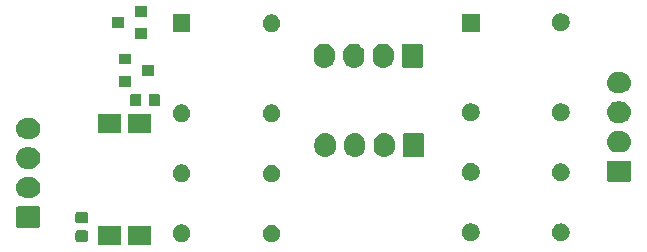
<source format=gbr>
G04 #@! TF.GenerationSoftware,KiCad,Pcbnew,(5.1.2)-2*
G04 #@! TF.CreationDate,2020-12-09T13:32:10+01:00*
G04 #@! TF.ProjectId,Relay-Board,52656c61-792d-4426-9f61-72642e6b6963,rev?*
G04 #@! TF.SameCoordinates,Original*
G04 #@! TF.FileFunction,Soldermask,Top*
G04 #@! TF.FilePolarity,Negative*
%FSLAX46Y46*%
G04 Gerber Fmt 4.6, Leading zero omitted, Abs format (unit mm)*
G04 Created by KiCad (PCBNEW (5.1.2)-2) date 2020-12-09 13:32:10*
%MOMM*%
%LPD*%
G04 APERTURE LIST*
%ADD10C,0.100000*%
G04 APERTURE END LIST*
D10*
G36*
X102292080Y-69096480D02*
G01*
X100410080Y-69096480D01*
X100410080Y-67494480D01*
X102292080Y-67494480D01*
X102292080Y-69096480D01*
X102292080Y-69096480D01*
G37*
G36*
X99752080Y-69096480D02*
G01*
X97870080Y-69096480D01*
X97870080Y-67494480D01*
X99752080Y-67494480D01*
X99752080Y-69096480D01*
X99752080Y-69096480D01*
G37*
G36*
X112751059Y-67359860D02*
G01*
X112840868Y-67397060D01*
X112887732Y-67416472D01*
X113010735Y-67498660D01*
X113115340Y-67603265D01*
X113197528Y-67726268D01*
X113197529Y-67726270D01*
X113254140Y-67862941D01*
X113283000Y-68008033D01*
X113283000Y-68155967D01*
X113254140Y-68301059D01*
X113197528Y-68437732D01*
X113115340Y-68560735D01*
X113010735Y-68665340D01*
X112887732Y-68747528D01*
X112887731Y-68747529D01*
X112887730Y-68747529D01*
X112751059Y-68804140D01*
X112605968Y-68833000D01*
X112458032Y-68833000D01*
X112312941Y-68804140D01*
X112176270Y-68747529D01*
X112176269Y-68747529D01*
X112176268Y-68747528D01*
X112053265Y-68665340D01*
X111948660Y-68560735D01*
X111866472Y-68437732D01*
X111809860Y-68301059D01*
X111781000Y-68155967D01*
X111781000Y-68008033D01*
X111809860Y-67862941D01*
X111866471Y-67726270D01*
X111866472Y-67726268D01*
X111948660Y-67603265D01*
X112053265Y-67498660D01*
X112176268Y-67416472D01*
X112223133Y-67397060D01*
X112312941Y-67359860D01*
X112458032Y-67331000D01*
X112605968Y-67331000D01*
X112751059Y-67359860D01*
X112751059Y-67359860D01*
G37*
G36*
X105121059Y-67349860D02*
G01*
X105235010Y-67397060D01*
X105257732Y-67406472D01*
X105380735Y-67488660D01*
X105485340Y-67593265D01*
X105506324Y-67624670D01*
X105567529Y-67716270D01*
X105613124Y-67826345D01*
X105624140Y-67852941D01*
X105653000Y-67998033D01*
X105653000Y-68145967D01*
X105624140Y-68291059D01*
X105567528Y-68427732D01*
X105485340Y-68550735D01*
X105380735Y-68655340D01*
X105257732Y-68737528D01*
X105257731Y-68737529D01*
X105257730Y-68737529D01*
X105121059Y-68794140D01*
X104975968Y-68823000D01*
X104828032Y-68823000D01*
X104682941Y-68794140D01*
X104546270Y-68737529D01*
X104546269Y-68737529D01*
X104546268Y-68737528D01*
X104423265Y-68655340D01*
X104318660Y-68550735D01*
X104236472Y-68427732D01*
X104179860Y-68291059D01*
X104151000Y-68145967D01*
X104151000Y-67998033D01*
X104179860Y-67852941D01*
X104190876Y-67826345D01*
X104236471Y-67716270D01*
X104297676Y-67624670D01*
X104318660Y-67593265D01*
X104423265Y-67488660D01*
X104546268Y-67406472D01*
X104568991Y-67397060D01*
X104682941Y-67349860D01*
X104828032Y-67321000D01*
X104975968Y-67321000D01*
X105121059Y-67349860D01*
X105121059Y-67349860D01*
G37*
G36*
X96833551Y-67826345D02*
G01*
X96867529Y-67836653D01*
X96898850Y-67853394D01*
X96926299Y-67875921D01*
X96948826Y-67903370D01*
X96965567Y-67934691D01*
X96975875Y-67968669D01*
X96979960Y-68010150D01*
X96979960Y-68611370D01*
X96975875Y-68652851D01*
X96965567Y-68686829D01*
X96948826Y-68718150D01*
X96926299Y-68745599D01*
X96898850Y-68768126D01*
X96867529Y-68784867D01*
X96833551Y-68795175D01*
X96792070Y-68799260D01*
X96115850Y-68799260D01*
X96074369Y-68795175D01*
X96040391Y-68784867D01*
X96009070Y-68768126D01*
X95981621Y-68745599D01*
X95959094Y-68718150D01*
X95942353Y-68686829D01*
X95932045Y-68652851D01*
X95927960Y-68611370D01*
X95927960Y-68010150D01*
X95932045Y-67968669D01*
X95942353Y-67934691D01*
X95959094Y-67903370D01*
X95981621Y-67875921D01*
X96009070Y-67853394D01*
X96040391Y-67836653D01*
X96074369Y-67826345D01*
X96115850Y-67822260D01*
X96792070Y-67822260D01*
X96833551Y-67826345D01*
X96833551Y-67826345D01*
G37*
G36*
X137186385Y-67248260D02*
G01*
X137236659Y-67258260D01*
X137373332Y-67314872D01*
X137496335Y-67397060D01*
X137600940Y-67501665D01*
X137683128Y-67624668D01*
X137683129Y-67624670D01*
X137739740Y-67761341D01*
X137755556Y-67840852D01*
X137768600Y-67906433D01*
X137768600Y-68054367D01*
X137739740Y-68199459D01*
X137683128Y-68336132D01*
X137600940Y-68459135D01*
X137496335Y-68563740D01*
X137373332Y-68645928D01*
X137373331Y-68645929D01*
X137373330Y-68645929D01*
X137236659Y-68702540D01*
X137091568Y-68731400D01*
X136943632Y-68731400D01*
X136798541Y-68702540D01*
X136661870Y-68645929D01*
X136661869Y-68645929D01*
X136661868Y-68645928D01*
X136538865Y-68563740D01*
X136434260Y-68459135D01*
X136352072Y-68336132D01*
X136295460Y-68199459D01*
X136266600Y-68054367D01*
X136266600Y-67906433D01*
X136279645Y-67840852D01*
X136295460Y-67761341D01*
X136352071Y-67624670D01*
X136352072Y-67624668D01*
X136434260Y-67501665D01*
X136538865Y-67397060D01*
X136661868Y-67314872D01*
X136798541Y-67258260D01*
X136848815Y-67248260D01*
X136943632Y-67229400D01*
X137091568Y-67229400D01*
X137186385Y-67248260D01*
X137186385Y-67248260D01*
G37*
G36*
X129606659Y-67248260D02*
G01*
X129743332Y-67304872D01*
X129866335Y-67387060D01*
X129970940Y-67491665D01*
X130045510Y-67603267D01*
X130053129Y-67614670D01*
X130109740Y-67751341D01*
X130127545Y-67840852D01*
X130138600Y-67896433D01*
X130138600Y-68044367D01*
X130109740Y-68189459D01*
X130053128Y-68326132D01*
X129970940Y-68449135D01*
X129866335Y-68553740D01*
X129743332Y-68635928D01*
X129743331Y-68635929D01*
X129743330Y-68635929D01*
X129606659Y-68692540D01*
X129461568Y-68721400D01*
X129313632Y-68721400D01*
X129168541Y-68692540D01*
X129031870Y-68635929D01*
X129031869Y-68635929D01*
X129031868Y-68635928D01*
X128908865Y-68553740D01*
X128804260Y-68449135D01*
X128722072Y-68326132D01*
X128665460Y-68189459D01*
X128636600Y-68044367D01*
X128636600Y-67896433D01*
X128647656Y-67840852D01*
X128665460Y-67751341D01*
X128722071Y-67614670D01*
X128729690Y-67603267D01*
X128804260Y-67491665D01*
X128908865Y-67387060D01*
X129031868Y-67304872D01*
X129168541Y-67248260D01*
X129313632Y-67219400D01*
X129461568Y-67219400D01*
X129606659Y-67248260D01*
X129606659Y-67248260D01*
G37*
G36*
X92806200Y-65803389D02*
G01*
X92839252Y-65813415D01*
X92869703Y-65829692D01*
X92896399Y-65851601D01*
X92918308Y-65878297D01*
X92934585Y-65908748D01*
X92944611Y-65941800D01*
X92948600Y-65982303D01*
X92948600Y-67418497D01*
X92944611Y-67459000D01*
X92934585Y-67492052D01*
X92918308Y-67522503D01*
X92896399Y-67549199D01*
X92869703Y-67571108D01*
X92839252Y-67587385D01*
X92806200Y-67597411D01*
X92765697Y-67601400D01*
X91079503Y-67601400D01*
X91039000Y-67597411D01*
X91005948Y-67587385D01*
X90975497Y-67571108D01*
X90948801Y-67549199D01*
X90926892Y-67522503D01*
X90910615Y-67492052D01*
X90900589Y-67459000D01*
X90896600Y-67418497D01*
X90896600Y-65982303D01*
X90900589Y-65941800D01*
X90910615Y-65908748D01*
X90926892Y-65878297D01*
X90948801Y-65851601D01*
X90975497Y-65829692D01*
X91005948Y-65813415D01*
X91039000Y-65803389D01*
X91079503Y-65799400D01*
X92765697Y-65799400D01*
X92806200Y-65803389D01*
X92806200Y-65803389D01*
G37*
G36*
X96833551Y-66251345D02*
G01*
X96867529Y-66261653D01*
X96898850Y-66278394D01*
X96926299Y-66300921D01*
X96948826Y-66328370D01*
X96965567Y-66359691D01*
X96975875Y-66393669D01*
X96979960Y-66435150D01*
X96979960Y-67036370D01*
X96975875Y-67077851D01*
X96965567Y-67111829D01*
X96948826Y-67143150D01*
X96926299Y-67170599D01*
X96898850Y-67193126D01*
X96867529Y-67209867D01*
X96833551Y-67220175D01*
X96792070Y-67224260D01*
X96115850Y-67224260D01*
X96074369Y-67220175D01*
X96040391Y-67209867D01*
X96009070Y-67193126D01*
X95981621Y-67170599D01*
X95959094Y-67143150D01*
X95942353Y-67111829D01*
X95932045Y-67077851D01*
X95927960Y-67036370D01*
X95927960Y-66435150D01*
X95932045Y-66393669D01*
X95942353Y-66359691D01*
X95959094Y-66328370D01*
X95981621Y-66300921D01*
X96009070Y-66278394D01*
X96040391Y-66261653D01*
X96074369Y-66251345D01*
X96115850Y-66247260D01*
X96792070Y-66247260D01*
X96833551Y-66251345D01*
X96833551Y-66251345D01*
G37*
G36*
X92158043Y-63305919D02*
G01*
X92224227Y-63312437D01*
X92394066Y-63363957D01*
X92550591Y-63447622D01*
X92570232Y-63463741D01*
X92687786Y-63560214D01*
X92762619Y-63651400D01*
X92800378Y-63697409D01*
X92884043Y-63853934D01*
X92935563Y-64023773D01*
X92952959Y-64200400D01*
X92935563Y-64377027D01*
X92884043Y-64546866D01*
X92800378Y-64703391D01*
X92771048Y-64739129D01*
X92687786Y-64840586D01*
X92586329Y-64923848D01*
X92550591Y-64953178D01*
X92394066Y-65036843D01*
X92224227Y-65088363D01*
X92158043Y-65094881D01*
X92091860Y-65101400D01*
X91753340Y-65101400D01*
X91687157Y-65094881D01*
X91620973Y-65088363D01*
X91451134Y-65036843D01*
X91294609Y-64953178D01*
X91258871Y-64923848D01*
X91157414Y-64840586D01*
X91074152Y-64739129D01*
X91044822Y-64703391D01*
X90961157Y-64546866D01*
X90909637Y-64377027D01*
X90892241Y-64200400D01*
X90909637Y-64023773D01*
X90961157Y-63853934D01*
X91044822Y-63697409D01*
X91082581Y-63651400D01*
X91157414Y-63560214D01*
X91274968Y-63463741D01*
X91294609Y-63447622D01*
X91451134Y-63363957D01*
X91620973Y-63312437D01*
X91687157Y-63305919D01*
X91753340Y-63299400D01*
X92091860Y-63299400D01*
X92158043Y-63305919D01*
X92158043Y-63305919D01*
G37*
G36*
X112751059Y-62279860D02*
G01*
X112840868Y-62317060D01*
X112887732Y-62336472D01*
X113010735Y-62418660D01*
X113115340Y-62523265D01*
X113197528Y-62646268D01*
X113197529Y-62646270D01*
X113212056Y-62681341D01*
X113254140Y-62782941D01*
X113283000Y-62928033D01*
X113283000Y-63075967D01*
X113254140Y-63221059D01*
X113197528Y-63357732D01*
X113115340Y-63480735D01*
X113010735Y-63585340D01*
X112887732Y-63667528D01*
X112887731Y-63667529D01*
X112887730Y-63667529D01*
X112751059Y-63724140D01*
X112605968Y-63753000D01*
X112458032Y-63753000D01*
X112312941Y-63724140D01*
X112176270Y-63667529D01*
X112176269Y-63667529D01*
X112176268Y-63667528D01*
X112053265Y-63585340D01*
X111948660Y-63480735D01*
X111866472Y-63357732D01*
X111809860Y-63221059D01*
X111781000Y-63075967D01*
X111781000Y-62928033D01*
X111809860Y-62782941D01*
X111851944Y-62681341D01*
X111866471Y-62646270D01*
X111866472Y-62646268D01*
X111948660Y-62523265D01*
X112053265Y-62418660D01*
X112176268Y-62336472D01*
X112223133Y-62317060D01*
X112312941Y-62279860D01*
X112458032Y-62251000D01*
X112605968Y-62251000D01*
X112751059Y-62279860D01*
X112751059Y-62279860D01*
G37*
G36*
X105121059Y-62259860D02*
G01*
X105210868Y-62297060D01*
X105257732Y-62316472D01*
X105380735Y-62398660D01*
X105485340Y-62503265D01*
X105567528Y-62626268D01*
X105624140Y-62762941D01*
X105653000Y-62908033D01*
X105653000Y-63055967D01*
X105624140Y-63201059D01*
X105567528Y-63337732D01*
X105485340Y-63460735D01*
X105380735Y-63565340D01*
X105257732Y-63647528D01*
X105257731Y-63647529D01*
X105257730Y-63647529D01*
X105121059Y-63704140D01*
X104975968Y-63733000D01*
X104828032Y-63733000D01*
X104682941Y-63704140D01*
X104546270Y-63647529D01*
X104546269Y-63647529D01*
X104546268Y-63647528D01*
X104423265Y-63565340D01*
X104318660Y-63460735D01*
X104236472Y-63337732D01*
X104179860Y-63201059D01*
X104151000Y-63055967D01*
X104151000Y-62908033D01*
X104179860Y-62762941D01*
X104236472Y-62626268D01*
X104318660Y-62503265D01*
X104423265Y-62398660D01*
X104546268Y-62316472D01*
X104593133Y-62297060D01*
X104682941Y-62259860D01*
X104828032Y-62231000D01*
X104975968Y-62231000D01*
X105121059Y-62259860D01*
X105121059Y-62259860D01*
G37*
G36*
X142818800Y-61917189D02*
G01*
X142851852Y-61927215D01*
X142882303Y-61943492D01*
X142908999Y-61965401D01*
X142930908Y-61992097D01*
X142947185Y-62022548D01*
X142957211Y-62055600D01*
X142961200Y-62096103D01*
X142961200Y-63532297D01*
X142957211Y-63572800D01*
X142947185Y-63605852D01*
X142930908Y-63636303D01*
X142908999Y-63662999D01*
X142882303Y-63684908D01*
X142851852Y-63701185D01*
X142818800Y-63711211D01*
X142778297Y-63715200D01*
X141092103Y-63715200D01*
X141051600Y-63711211D01*
X141018548Y-63701185D01*
X140988097Y-63684908D01*
X140961401Y-63662999D01*
X140939492Y-63636303D01*
X140923215Y-63605852D01*
X140913189Y-63572800D01*
X140909200Y-63532297D01*
X140909200Y-62096103D01*
X140913189Y-62055600D01*
X140923215Y-62022548D01*
X140939492Y-61992097D01*
X140961401Y-61965401D01*
X140988097Y-61943492D01*
X141018548Y-61927215D01*
X141051600Y-61917189D01*
X141092103Y-61913200D01*
X142778297Y-61913200D01*
X142818800Y-61917189D01*
X142818800Y-61917189D01*
G37*
G36*
X137236659Y-62178260D02*
G01*
X137363985Y-62231000D01*
X137373332Y-62234872D01*
X137496335Y-62317060D01*
X137600940Y-62421665D01*
X137683128Y-62544668D01*
X137739740Y-62681341D01*
X137768600Y-62826433D01*
X137768600Y-62974367D01*
X137739740Y-63119459D01*
X137683128Y-63256132D01*
X137600940Y-63379135D01*
X137496335Y-63483740D01*
X137373332Y-63565928D01*
X137373331Y-63565929D01*
X137373330Y-63565929D01*
X137236659Y-63622540D01*
X137091568Y-63651400D01*
X136943632Y-63651400D01*
X136798541Y-63622540D01*
X136661870Y-63565929D01*
X136661869Y-63565929D01*
X136661868Y-63565928D01*
X136538865Y-63483740D01*
X136434260Y-63379135D01*
X136352072Y-63256132D01*
X136295460Y-63119459D01*
X136266600Y-62974367D01*
X136266600Y-62826433D01*
X136295460Y-62681341D01*
X136352072Y-62544668D01*
X136434260Y-62421665D01*
X136538865Y-62317060D01*
X136661868Y-62234872D01*
X136671216Y-62231000D01*
X136798541Y-62178260D01*
X136943632Y-62149400D01*
X137091568Y-62149400D01*
X137236659Y-62178260D01*
X137236659Y-62178260D01*
G37*
G36*
X129562116Y-62149400D02*
G01*
X129606659Y-62158260D01*
X129743332Y-62214872D01*
X129866335Y-62297060D01*
X129970940Y-62401665D01*
X130052192Y-62523267D01*
X130053129Y-62524670D01*
X130109740Y-62661341D01*
X130138600Y-62806432D01*
X130138600Y-62954368D01*
X130109740Y-63099459D01*
X130059372Y-63221059D01*
X130053128Y-63236132D01*
X129970940Y-63359135D01*
X129866335Y-63463740D01*
X129743332Y-63545928D01*
X129743331Y-63545929D01*
X129743330Y-63545929D01*
X129606659Y-63602540D01*
X129461568Y-63631400D01*
X129313632Y-63631400D01*
X129168541Y-63602540D01*
X129031870Y-63545929D01*
X129031869Y-63545929D01*
X129031868Y-63545928D01*
X128908865Y-63463740D01*
X128804260Y-63359135D01*
X128722072Y-63236132D01*
X128715829Y-63221059D01*
X128665460Y-63099459D01*
X128636600Y-62954368D01*
X128636600Y-62806432D01*
X128665460Y-62661341D01*
X128722071Y-62524670D01*
X128723008Y-62523267D01*
X128804260Y-62401665D01*
X128908865Y-62297060D01*
X129031868Y-62214872D01*
X129168541Y-62158260D01*
X129213084Y-62149400D01*
X129313632Y-62129400D01*
X129461568Y-62129400D01*
X129562116Y-62149400D01*
X129562116Y-62149400D01*
G37*
G36*
X92158042Y-60805918D02*
G01*
X92224227Y-60812437D01*
X92394066Y-60863957D01*
X92550591Y-60947622D01*
X92586329Y-60976952D01*
X92687786Y-61060214D01*
X92761997Y-61150642D01*
X92800378Y-61197409D01*
X92884043Y-61353934D01*
X92935563Y-61523773D01*
X92952959Y-61700400D01*
X92935563Y-61877027D01*
X92884043Y-62046866D01*
X92800378Y-62203391D01*
X92777720Y-62231000D01*
X92687786Y-62340586D01*
X92613357Y-62401667D01*
X92550591Y-62453178D01*
X92550589Y-62453179D01*
X92419469Y-62523265D01*
X92394066Y-62536843D01*
X92224227Y-62588363D01*
X92158042Y-62594882D01*
X92091860Y-62601400D01*
X91753340Y-62601400D01*
X91687158Y-62594882D01*
X91620973Y-62588363D01*
X91451134Y-62536843D01*
X91425732Y-62523265D01*
X91294611Y-62453179D01*
X91294609Y-62453178D01*
X91231843Y-62401667D01*
X91157414Y-62340586D01*
X91067480Y-62231000D01*
X91044822Y-62203391D01*
X90961157Y-62046866D01*
X90909637Y-61877027D01*
X90892241Y-61700400D01*
X90909637Y-61523773D01*
X90961157Y-61353934D01*
X91044822Y-61197409D01*
X91083203Y-61150642D01*
X91157414Y-61060214D01*
X91258871Y-60976952D01*
X91294609Y-60947622D01*
X91451134Y-60863957D01*
X91620973Y-60812437D01*
X91687158Y-60805918D01*
X91753340Y-60799400D01*
X92091860Y-60799400D01*
X92158042Y-60805918D01*
X92158042Y-60805918D01*
G37*
G36*
X117238227Y-59591437D02*
G01*
X117408066Y-59642957D01*
X117564591Y-59726622D01*
X117583235Y-59741923D01*
X117701786Y-59839214D01*
X117785048Y-59940671D01*
X117814378Y-59976409D01*
X117898043Y-60132934D01*
X117949563Y-60302774D01*
X117949563Y-60302776D01*
X117962600Y-60435141D01*
X117962600Y-60773660D01*
X117956082Y-60839842D01*
X117949563Y-60906027D01*
X117898043Y-61075866D01*
X117814378Y-61232391D01*
X117785048Y-61268129D01*
X117701786Y-61369586D01*
X117564589Y-61482179D01*
X117408067Y-61565842D01*
X117408065Y-61565843D01*
X117238226Y-61617363D01*
X117061600Y-61634759D01*
X116884973Y-61617363D01*
X116715134Y-61565843D01*
X116558609Y-61482178D01*
X116516495Y-61447616D01*
X116421414Y-61369586D01*
X116308821Y-61232389D01*
X116225158Y-61075867D01*
X116225157Y-61075865D01*
X116173637Y-60906026D01*
X116160600Y-60773657D01*
X116160600Y-60435142D01*
X116173637Y-60302773D01*
X116225157Y-60132934D01*
X116308822Y-59976409D01*
X116421415Y-59839215D01*
X116558610Y-59726622D01*
X116715135Y-59642957D01*
X116884974Y-59591437D01*
X117061600Y-59574041D01*
X117238227Y-59591437D01*
X117238227Y-59591437D01*
G37*
G36*
X119738227Y-59591437D02*
G01*
X119908066Y-59642957D01*
X120064591Y-59726622D01*
X120083235Y-59741923D01*
X120201786Y-59839214D01*
X120285048Y-59940671D01*
X120314378Y-59976409D01*
X120398043Y-60132934D01*
X120449563Y-60302774D01*
X120449563Y-60302776D01*
X120462600Y-60435141D01*
X120462600Y-60773660D01*
X120456082Y-60839842D01*
X120449563Y-60906027D01*
X120398043Y-61075866D01*
X120314378Y-61232391D01*
X120285048Y-61268129D01*
X120201786Y-61369586D01*
X120064589Y-61482179D01*
X119908067Y-61565842D01*
X119908065Y-61565843D01*
X119738226Y-61617363D01*
X119561600Y-61634759D01*
X119384973Y-61617363D01*
X119215134Y-61565843D01*
X119058609Y-61482178D01*
X119016495Y-61447616D01*
X118921414Y-61369586D01*
X118808821Y-61232389D01*
X118725158Y-61075867D01*
X118725157Y-61075865D01*
X118673637Y-60906026D01*
X118660600Y-60773657D01*
X118660600Y-60435142D01*
X118673637Y-60302773D01*
X118725157Y-60132934D01*
X118808822Y-59976409D01*
X118921415Y-59839215D01*
X119058610Y-59726622D01*
X119215135Y-59642957D01*
X119384974Y-59591437D01*
X119561600Y-59574041D01*
X119738227Y-59591437D01*
X119738227Y-59591437D01*
G37*
G36*
X122238227Y-59591437D02*
G01*
X122408066Y-59642957D01*
X122564591Y-59726622D01*
X122583235Y-59741923D01*
X122701786Y-59839214D01*
X122785048Y-59940671D01*
X122814378Y-59976409D01*
X122898043Y-60132934D01*
X122949563Y-60302774D01*
X122949563Y-60302776D01*
X122962600Y-60435141D01*
X122962600Y-60773660D01*
X122956082Y-60839842D01*
X122949563Y-60906027D01*
X122898043Y-61075866D01*
X122814378Y-61232391D01*
X122785048Y-61268129D01*
X122701786Y-61369586D01*
X122564589Y-61482179D01*
X122408067Y-61565842D01*
X122408065Y-61565843D01*
X122238226Y-61617363D01*
X122061600Y-61634759D01*
X121884973Y-61617363D01*
X121715134Y-61565843D01*
X121558609Y-61482178D01*
X121516495Y-61447616D01*
X121421414Y-61369586D01*
X121308821Y-61232389D01*
X121225158Y-61075867D01*
X121225157Y-61075865D01*
X121173637Y-60906026D01*
X121160600Y-60773657D01*
X121160600Y-60435142D01*
X121173637Y-60302773D01*
X121225157Y-60132934D01*
X121308822Y-59976409D01*
X121421415Y-59839215D01*
X121558610Y-59726622D01*
X121715135Y-59642957D01*
X121884974Y-59591437D01*
X122061600Y-59574041D01*
X122238227Y-59591437D01*
X122238227Y-59591437D01*
G37*
G36*
X125325098Y-59582387D02*
G01*
X125358124Y-59592405D01*
X125388559Y-59608673D01*
X125415235Y-59630565D01*
X125437127Y-59657241D01*
X125453395Y-59687676D01*
X125463413Y-59720702D01*
X125467400Y-59761184D01*
X125467400Y-61447616D01*
X125463413Y-61488098D01*
X125453395Y-61521124D01*
X125437127Y-61551559D01*
X125415235Y-61578235D01*
X125388559Y-61600127D01*
X125358124Y-61616395D01*
X125325098Y-61626413D01*
X125284616Y-61630400D01*
X123848184Y-61630400D01*
X123807702Y-61626413D01*
X123774676Y-61616395D01*
X123744241Y-61600127D01*
X123717565Y-61578235D01*
X123695673Y-61551559D01*
X123679405Y-61521124D01*
X123669387Y-61488098D01*
X123665400Y-61447616D01*
X123665400Y-59761184D01*
X123669387Y-59720702D01*
X123679405Y-59687676D01*
X123695673Y-59657241D01*
X123717565Y-59630565D01*
X123744241Y-59608673D01*
X123774676Y-59592405D01*
X123807702Y-59582387D01*
X123848184Y-59578400D01*
X125284616Y-59578400D01*
X125325098Y-59582387D01*
X125325098Y-59582387D01*
G37*
G36*
X142170642Y-59419718D02*
G01*
X142236827Y-59426237D01*
X142406666Y-59477757D01*
X142563191Y-59561422D01*
X142588737Y-59582387D01*
X142700386Y-59674014D01*
X142783648Y-59775471D01*
X142812978Y-59811209D01*
X142896643Y-59967734D01*
X142948163Y-60137573D01*
X142965559Y-60314200D01*
X142948163Y-60490827D01*
X142896643Y-60660666D01*
X142812978Y-60817191D01*
X142783648Y-60852929D01*
X142700386Y-60954386D01*
X142598929Y-61037648D01*
X142563191Y-61066978D01*
X142406666Y-61150643D01*
X142236827Y-61202163D01*
X142170643Y-61208681D01*
X142104460Y-61215200D01*
X141765940Y-61215200D01*
X141699757Y-61208681D01*
X141633573Y-61202163D01*
X141463734Y-61150643D01*
X141307209Y-61066978D01*
X141271471Y-61037648D01*
X141170014Y-60954386D01*
X141086752Y-60852929D01*
X141057422Y-60817191D01*
X140973757Y-60660666D01*
X140922237Y-60490827D01*
X140904841Y-60314200D01*
X140922237Y-60137573D01*
X140973757Y-59967734D01*
X141057422Y-59811209D01*
X141086752Y-59775471D01*
X141170014Y-59674014D01*
X141281663Y-59582387D01*
X141307209Y-59561422D01*
X141463734Y-59477757D01*
X141633573Y-59426237D01*
X141699758Y-59419718D01*
X141765940Y-59413200D01*
X142104460Y-59413200D01*
X142170642Y-59419718D01*
X142170642Y-59419718D01*
G37*
G36*
X92158043Y-58305919D02*
G01*
X92224227Y-58312437D01*
X92394066Y-58363957D01*
X92550591Y-58447622D01*
X92585082Y-58475928D01*
X92687786Y-58560214D01*
X92761997Y-58650642D01*
X92800378Y-58697409D01*
X92884043Y-58853934D01*
X92935563Y-59023773D01*
X92952959Y-59200400D01*
X92935563Y-59377027D01*
X92884043Y-59546866D01*
X92884042Y-59546868D01*
X92864467Y-59583490D01*
X92800378Y-59703391D01*
X92771048Y-59739129D01*
X92687786Y-59840586D01*
X92586329Y-59923848D01*
X92550591Y-59953178D01*
X92394066Y-60036843D01*
X92224227Y-60088363D01*
X92158043Y-60094881D01*
X92091860Y-60101400D01*
X91753340Y-60101400D01*
X91687157Y-60094881D01*
X91620973Y-60088363D01*
X91451134Y-60036843D01*
X91294609Y-59953178D01*
X91258871Y-59923848D01*
X91157414Y-59840586D01*
X91074152Y-59739129D01*
X91044822Y-59703391D01*
X90980733Y-59583490D01*
X90961158Y-59546868D01*
X90961157Y-59546866D01*
X90909637Y-59377027D01*
X90892241Y-59200400D01*
X90909637Y-59023773D01*
X90961157Y-58853934D01*
X91044822Y-58697409D01*
X91083203Y-58650642D01*
X91157414Y-58560214D01*
X91260118Y-58475928D01*
X91294609Y-58447622D01*
X91451134Y-58363957D01*
X91620973Y-58312437D01*
X91687157Y-58305919D01*
X91753340Y-58299400D01*
X92091860Y-58299400D01*
X92158043Y-58305919D01*
X92158043Y-58305919D01*
G37*
G36*
X99752080Y-59566480D02*
G01*
X97870080Y-59566480D01*
X97870080Y-57964480D01*
X99752080Y-57964480D01*
X99752080Y-59566480D01*
X99752080Y-59566480D01*
G37*
G36*
X102292080Y-59566480D02*
G01*
X100410080Y-59566480D01*
X100410080Y-57964480D01*
X102292080Y-57964480D01*
X102292080Y-59566480D01*
X102292080Y-59566480D01*
G37*
G36*
X142170642Y-56919718D02*
G01*
X142236827Y-56926237D01*
X142406666Y-56977757D01*
X142563191Y-57061422D01*
X142595893Y-57088260D01*
X142700386Y-57174014D01*
X142774317Y-57264101D01*
X142812978Y-57311209D01*
X142896643Y-57467734D01*
X142948163Y-57637573D01*
X142965559Y-57814200D01*
X142948163Y-57990827D01*
X142896643Y-58160666D01*
X142812978Y-58317191D01*
X142783648Y-58352929D01*
X142700386Y-58454386D01*
X142605154Y-58532540D01*
X142563191Y-58566978D01*
X142406666Y-58650643D01*
X142236827Y-58702163D01*
X142170642Y-58708682D01*
X142104460Y-58715200D01*
X141765940Y-58715200D01*
X141699758Y-58708682D01*
X141633573Y-58702163D01*
X141463734Y-58650643D01*
X141307209Y-58566978D01*
X141265246Y-58532540D01*
X141170014Y-58454386D01*
X141086752Y-58352929D01*
X141057422Y-58317191D01*
X140973757Y-58160666D01*
X140922237Y-57990827D01*
X140904841Y-57814200D01*
X140922237Y-57637573D01*
X140973757Y-57467734D01*
X141057422Y-57311209D01*
X141096083Y-57264101D01*
X141170014Y-57174014D01*
X141274507Y-57088260D01*
X141307209Y-57061422D01*
X141463734Y-56977757D01*
X141633573Y-56926237D01*
X141699758Y-56919718D01*
X141765940Y-56913200D01*
X142104460Y-56913200D01*
X142170642Y-56919718D01*
X142170642Y-56919718D01*
G37*
G36*
X112741059Y-57189860D02*
G01*
X112830868Y-57227060D01*
X112877732Y-57246472D01*
X113000735Y-57328660D01*
X113105340Y-57433265D01*
X113105341Y-57433267D01*
X113187529Y-57556270D01*
X113244140Y-57692941D01*
X113268260Y-57814200D01*
X113273000Y-57838033D01*
X113273000Y-57985967D01*
X113244140Y-58131059D01*
X113187528Y-58267732D01*
X113105340Y-58390735D01*
X113000735Y-58495340D01*
X112877732Y-58577528D01*
X112877731Y-58577529D01*
X112877730Y-58577529D01*
X112741059Y-58634140D01*
X112595968Y-58663000D01*
X112448032Y-58663000D01*
X112302941Y-58634140D01*
X112166270Y-58577529D01*
X112166269Y-58577529D01*
X112166268Y-58577528D01*
X112043265Y-58495340D01*
X111938660Y-58390735D01*
X111856472Y-58267732D01*
X111799860Y-58131059D01*
X111771000Y-57985967D01*
X111771000Y-57838033D01*
X111775741Y-57814200D01*
X111799860Y-57692941D01*
X111856471Y-57556270D01*
X111938659Y-57433267D01*
X111938660Y-57433265D01*
X112043265Y-57328660D01*
X112166268Y-57246472D01*
X112213133Y-57227060D01*
X112302941Y-57189860D01*
X112448032Y-57161000D01*
X112595968Y-57161000D01*
X112741059Y-57189860D01*
X112741059Y-57189860D01*
G37*
G36*
X105121059Y-57189860D02*
G01*
X105210868Y-57227060D01*
X105257732Y-57246472D01*
X105380735Y-57328660D01*
X105485340Y-57433265D01*
X105485341Y-57433267D01*
X105567529Y-57556270D01*
X105624140Y-57692941D01*
X105648260Y-57814200D01*
X105653000Y-57838033D01*
X105653000Y-57985967D01*
X105624140Y-58131059D01*
X105567528Y-58267732D01*
X105485340Y-58390735D01*
X105380735Y-58495340D01*
X105257732Y-58577528D01*
X105257731Y-58577529D01*
X105257730Y-58577529D01*
X105121059Y-58634140D01*
X104975968Y-58663000D01*
X104828032Y-58663000D01*
X104682941Y-58634140D01*
X104546270Y-58577529D01*
X104546269Y-58577529D01*
X104546268Y-58577528D01*
X104423265Y-58495340D01*
X104318660Y-58390735D01*
X104236472Y-58267732D01*
X104179860Y-58131059D01*
X104151000Y-57985967D01*
X104151000Y-57838033D01*
X104155741Y-57814200D01*
X104179860Y-57692941D01*
X104236471Y-57556270D01*
X104318659Y-57433267D01*
X104318660Y-57433265D01*
X104423265Y-57328660D01*
X104546268Y-57246472D01*
X104593133Y-57227060D01*
X104682941Y-57189860D01*
X104828032Y-57161000D01*
X104975968Y-57161000D01*
X105121059Y-57189860D01*
X105121059Y-57189860D01*
G37*
G36*
X137226659Y-57088260D02*
G01*
X137363332Y-57144872D01*
X137486335Y-57227060D01*
X137590940Y-57331665D01*
X137673128Y-57454668D01*
X137729740Y-57591341D01*
X137758600Y-57736433D01*
X137758600Y-57884367D01*
X137729740Y-58029459D01*
X137673128Y-58166132D01*
X137590940Y-58289135D01*
X137486335Y-58393740D01*
X137363332Y-58475928D01*
X137363331Y-58475929D01*
X137363330Y-58475929D01*
X137226659Y-58532540D01*
X137081568Y-58561400D01*
X136933632Y-58561400D01*
X136788541Y-58532540D01*
X136651870Y-58475929D01*
X136651869Y-58475929D01*
X136651868Y-58475928D01*
X136528865Y-58393740D01*
X136424260Y-58289135D01*
X136342072Y-58166132D01*
X136285460Y-58029459D01*
X136256600Y-57884367D01*
X136256600Y-57736433D01*
X136285460Y-57591341D01*
X136342072Y-57454668D01*
X136424260Y-57331665D01*
X136528865Y-57227060D01*
X136651868Y-57144872D01*
X136788541Y-57088260D01*
X136933632Y-57059400D01*
X137081568Y-57059400D01*
X137226659Y-57088260D01*
X137226659Y-57088260D01*
G37*
G36*
X129606659Y-57088260D02*
G01*
X129743332Y-57144872D01*
X129866335Y-57227060D01*
X129970940Y-57331665D01*
X130053128Y-57454668D01*
X130109740Y-57591341D01*
X130138600Y-57736433D01*
X130138600Y-57884367D01*
X130109740Y-58029459D01*
X130053128Y-58166132D01*
X129970940Y-58289135D01*
X129866335Y-58393740D01*
X129743332Y-58475928D01*
X129743331Y-58475929D01*
X129743330Y-58475929D01*
X129606659Y-58532540D01*
X129461568Y-58561400D01*
X129313632Y-58561400D01*
X129168541Y-58532540D01*
X129031870Y-58475929D01*
X129031869Y-58475929D01*
X129031868Y-58475928D01*
X128908865Y-58393740D01*
X128804260Y-58289135D01*
X128722072Y-58166132D01*
X128665460Y-58029459D01*
X128636600Y-57884367D01*
X128636600Y-57736433D01*
X128665460Y-57591341D01*
X128722072Y-57454668D01*
X128804260Y-57331665D01*
X128908865Y-57227060D01*
X129031868Y-57144872D01*
X129168541Y-57088260D01*
X129313632Y-57059400D01*
X129461568Y-57059400D01*
X129606659Y-57088260D01*
X129606659Y-57088260D01*
G37*
G36*
X102943051Y-56287725D02*
G01*
X102977029Y-56298033D01*
X103008350Y-56314774D01*
X103035799Y-56337301D01*
X103058326Y-56364750D01*
X103075067Y-56396071D01*
X103085375Y-56430049D01*
X103089460Y-56471530D01*
X103089460Y-57147750D01*
X103085375Y-57189231D01*
X103075067Y-57223209D01*
X103058326Y-57254530D01*
X103035799Y-57281979D01*
X103008350Y-57304506D01*
X102977029Y-57321247D01*
X102943051Y-57331555D01*
X102901570Y-57335640D01*
X102300350Y-57335640D01*
X102258869Y-57331555D01*
X102224891Y-57321247D01*
X102193570Y-57304506D01*
X102166121Y-57281979D01*
X102143594Y-57254530D01*
X102126853Y-57223209D01*
X102116545Y-57189231D01*
X102112460Y-57147750D01*
X102112460Y-56471530D01*
X102116545Y-56430049D01*
X102126853Y-56396071D01*
X102143594Y-56364750D01*
X102166121Y-56337301D01*
X102193570Y-56314774D01*
X102224891Y-56298033D01*
X102258869Y-56287725D01*
X102300350Y-56283640D01*
X102901570Y-56283640D01*
X102943051Y-56287725D01*
X102943051Y-56287725D01*
G37*
G36*
X101368051Y-56287725D02*
G01*
X101402029Y-56298033D01*
X101433350Y-56314774D01*
X101460799Y-56337301D01*
X101483326Y-56364750D01*
X101500067Y-56396071D01*
X101510375Y-56430049D01*
X101514460Y-56471530D01*
X101514460Y-57147750D01*
X101510375Y-57189231D01*
X101500067Y-57223209D01*
X101483326Y-57254530D01*
X101460799Y-57281979D01*
X101433350Y-57304506D01*
X101402029Y-57321247D01*
X101368051Y-57331555D01*
X101326570Y-57335640D01*
X100725350Y-57335640D01*
X100683869Y-57331555D01*
X100649891Y-57321247D01*
X100618570Y-57304506D01*
X100591121Y-57281979D01*
X100568594Y-57254530D01*
X100551853Y-57223209D01*
X100541545Y-57189231D01*
X100537460Y-57147750D01*
X100537460Y-56471530D01*
X100541545Y-56430049D01*
X100551853Y-56396071D01*
X100568594Y-56364750D01*
X100591121Y-56337301D01*
X100618570Y-56314774D01*
X100649891Y-56298033D01*
X100683869Y-56287725D01*
X100725350Y-56283640D01*
X101326570Y-56283640D01*
X101368051Y-56287725D01*
X101368051Y-56287725D01*
G37*
G36*
X142170643Y-54419719D02*
G01*
X142236827Y-54426237D01*
X142406666Y-54477757D01*
X142563191Y-54561422D01*
X142598929Y-54590752D01*
X142700386Y-54674014D01*
X142783648Y-54775471D01*
X142812978Y-54811209D01*
X142896643Y-54967734D01*
X142948163Y-55137573D01*
X142965559Y-55314200D01*
X142948163Y-55490827D01*
X142896643Y-55660666D01*
X142812978Y-55817191D01*
X142783648Y-55852929D01*
X142700386Y-55954386D01*
X142598929Y-56037648D01*
X142563191Y-56066978D01*
X142406666Y-56150643D01*
X142236827Y-56202163D01*
X142170643Y-56208681D01*
X142104460Y-56215200D01*
X141765940Y-56215200D01*
X141699757Y-56208681D01*
X141633573Y-56202163D01*
X141463734Y-56150643D01*
X141307209Y-56066978D01*
X141271471Y-56037648D01*
X141170014Y-55954386D01*
X141086752Y-55852929D01*
X141057422Y-55817191D01*
X140973757Y-55660666D01*
X140922237Y-55490827D01*
X140904841Y-55314200D01*
X140922237Y-55137573D01*
X140973757Y-54967734D01*
X141057422Y-54811209D01*
X141086752Y-54775471D01*
X141170014Y-54674014D01*
X141271471Y-54590752D01*
X141307209Y-54561422D01*
X141463734Y-54477757D01*
X141633573Y-54426237D01*
X141699757Y-54419719D01*
X141765940Y-54413200D01*
X142104460Y-54413200D01*
X142170643Y-54419719D01*
X142170643Y-54419719D01*
G37*
G36*
X100602400Y-55670600D02*
G01*
X99600400Y-55670600D01*
X99600400Y-54768600D01*
X100602400Y-54768600D01*
X100602400Y-55670600D01*
X100602400Y-55670600D01*
G37*
G36*
X102602400Y-54720600D02*
G01*
X101600400Y-54720600D01*
X101600400Y-53818600D01*
X102602400Y-53818600D01*
X102602400Y-54720600D01*
X102602400Y-54720600D01*
G37*
G36*
X117162027Y-52022237D02*
G01*
X117331866Y-52073757D01*
X117488391Y-52157422D01*
X117507035Y-52172723D01*
X117625586Y-52270014D01*
X117708848Y-52371471D01*
X117738178Y-52407209D01*
X117821843Y-52563734D01*
X117873363Y-52733574D01*
X117886400Y-52865943D01*
X117886400Y-53204458D01*
X117873363Y-53336827D01*
X117821843Y-53506666D01*
X117738178Y-53663191D01*
X117708848Y-53698929D01*
X117625586Y-53800386D01*
X117488389Y-53912979D01*
X117331867Y-53996642D01*
X117331865Y-53996643D01*
X117162026Y-54048163D01*
X116985400Y-54065559D01*
X116808773Y-54048163D01*
X116638934Y-53996643D01*
X116482409Y-53912978D01*
X116440295Y-53878416D01*
X116345214Y-53800386D01*
X116232621Y-53663189D01*
X116148958Y-53506667D01*
X116148957Y-53506665D01*
X116097437Y-53336826D01*
X116084400Y-53204457D01*
X116084400Y-52865942D01*
X116097437Y-52733573D01*
X116148957Y-52563734D01*
X116232622Y-52407209D01*
X116345215Y-52270015D01*
X116482410Y-52157422D01*
X116638935Y-52073757D01*
X116808774Y-52022237D01*
X116985400Y-52004841D01*
X117162027Y-52022237D01*
X117162027Y-52022237D01*
G37*
G36*
X119662027Y-52022237D02*
G01*
X119831866Y-52073757D01*
X119988391Y-52157422D01*
X120007035Y-52172723D01*
X120125586Y-52270014D01*
X120208848Y-52371471D01*
X120238178Y-52407209D01*
X120321843Y-52563734D01*
X120373363Y-52733574D01*
X120386400Y-52865943D01*
X120386400Y-53204458D01*
X120373363Y-53336827D01*
X120321843Y-53506666D01*
X120238178Y-53663191D01*
X120208848Y-53698929D01*
X120125586Y-53800386D01*
X119988389Y-53912979D01*
X119831867Y-53996642D01*
X119831865Y-53996643D01*
X119662026Y-54048163D01*
X119485400Y-54065559D01*
X119308773Y-54048163D01*
X119138934Y-53996643D01*
X118982409Y-53912978D01*
X118940295Y-53878416D01*
X118845214Y-53800386D01*
X118732621Y-53663189D01*
X118648958Y-53506667D01*
X118648957Y-53506665D01*
X118597437Y-53336826D01*
X118584400Y-53204457D01*
X118584400Y-52865942D01*
X118597437Y-52733573D01*
X118648957Y-52563734D01*
X118732622Y-52407209D01*
X118845215Y-52270015D01*
X118982410Y-52157422D01*
X119138935Y-52073757D01*
X119308774Y-52022237D01*
X119485400Y-52004841D01*
X119662027Y-52022237D01*
X119662027Y-52022237D01*
G37*
G36*
X122162027Y-52022237D02*
G01*
X122331866Y-52073757D01*
X122488391Y-52157422D01*
X122507035Y-52172723D01*
X122625586Y-52270014D01*
X122708848Y-52371471D01*
X122738178Y-52407209D01*
X122821843Y-52563734D01*
X122873363Y-52733574D01*
X122886400Y-52865943D01*
X122886400Y-53204458D01*
X122873363Y-53336827D01*
X122821843Y-53506666D01*
X122738178Y-53663191D01*
X122708848Y-53698929D01*
X122625586Y-53800386D01*
X122488389Y-53912979D01*
X122331867Y-53996642D01*
X122331865Y-53996643D01*
X122162026Y-54048163D01*
X121985400Y-54065559D01*
X121808773Y-54048163D01*
X121638934Y-53996643D01*
X121482409Y-53912978D01*
X121440295Y-53878416D01*
X121345214Y-53800386D01*
X121232621Y-53663189D01*
X121148958Y-53506667D01*
X121148957Y-53506665D01*
X121097437Y-53336826D01*
X121084400Y-53204457D01*
X121084400Y-52865942D01*
X121097437Y-52733573D01*
X121148957Y-52563734D01*
X121232622Y-52407209D01*
X121345215Y-52270015D01*
X121482410Y-52157422D01*
X121638935Y-52073757D01*
X121808774Y-52022237D01*
X121985400Y-52004841D01*
X122162027Y-52022237D01*
X122162027Y-52022237D01*
G37*
G36*
X125198098Y-52013187D02*
G01*
X125231124Y-52023205D01*
X125261559Y-52039473D01*
X125288235Y-52061365D01*
X125310127Y-52088041D01*
X125326395Y-52118476D01*
X125336413Y-52151502D01*
X125340400Y-52191984D01*
X125340400Y-53878416D01*
X125336413Y-53918898D01*
X125326395Y-53951924D01*
X125310127Y-53982359D01*
X125288235Y-54009035D01*
X125261559Y-54030927D01*
X125231124Y-54047195D01*
X125198098Y-54057213D01*
X125157616Y-54061200D01*
X123721184Y-54061200D01*
X123680702Y-54057213D01*
X123647676Y-54047195D01*
X123617241Y-54030927D01*
X123590565Y-54009035D01*
X123568673Y-53982359D01*
X123552405Y-53951924D01*
X123542387Y-53918898D01*
X123538400Y-53878416D01*
X123538400Y-52191984D01*
X123542387Y-52151502D01*
X123552405Y-52118476D01*
X123568673Y-52088041D01*
X123590565Y-52061365D01*
X123617241Y-52039473D01*
X123647676Y-52023205D01*
X123680702Y-52013187D01*
X123721184Y-52009200D01*
X125157616Y-52009200D01*
X125198098Y-52013187D01*
X125198098Y-52013187D01*
G37*
G36*
X100602400Y-53770600D02*
G01*
X99600400Y-53770600D01*
X99600400Y-52868600D01*
X100602400Y-52868600D01*
X100602400Y-53770600D01*
X100602400Y-53770600D01*
G37*
G36*
X101999400Y-51632000D02*
G01*
X100997400Y-51632000D01*
X100997400Y-50730000D01*
X101999400Y-50730000D01*
X101999400Y-51632000D01*
X101999400Y-51632000D01*
G37*
G36*
X112741059Y-49569860D02*
G01*
X112830868Y-49607060D01*
X112877732Y-49626472D01*
X113000735Y-49708660D01*
X113105340Y-49813265D01*
X113187528Y-49936268D01*
X113244140Y-50072941D01*
X113273000Y-50218033D01*
X113273000Y-50365967D01*
X113244140Y-50511059D01*
X113187528Y-50647732D01*
X113105340Y-50770735D01*
X113000735Y-50875340D01*
X112877732Y-50957528D01*
X112877731Y-50957529D01*
X112877730Y-50957529D01*
X112741059Y-51014140D01*
X112595968Y-51043000D01*
X112448032Y-51043000D01*
X112302941Y-51014140D01*
X112166270Y-50957529D01*
X112166269Y-50957529D01*
X112166268Y-50957528D01*
X112043265Y-50875340D01*
X111938660Y-50770735D01*
X111856472Y-50647732D01*
X111799860Y-50511059D01*
X111771000Y-50365967D01*
X111771000Y-50218033D01*
X111799860Y-50072941D01*
X111856472Y-49936268D01*
X111938660Y-49813265D01*
X112043265Y-49708660D01*
X112166268Y-49626472D01*
X112213133Y-49607060D01*
X112302941Y-49569860D01*
X112448032Y-49541000D01*
X112595968Y-49541000D01*
X112741059Y-49569860D01*
X112741059Y-49569860D01*
G37*
G36*
X105653000Y-51041000D02*
G01*
X104151000Y-51041000D01*
X104151000Y-49539000D01*
X105653000Y-49539000D01*
X105653000Y-51041000D01*
X105653000Y-51041000D01*
G37*
G36*
X130138600Y-51041000D02*
G01*
X128636600Y-51041000D01*
X128636600Y-49539000D01*
X130138600Y-49539000D01*
X130138600Y-51041000D01*
X130138600Y-51041000D01*
G37*
G36*
X137226659Y-49468260D02*
G01*
X137363332Y-49524872D01*
X137486335Y-49607060D01*
X137590940Y-49711665D01*
X137673128Y-49834668D01*
X137729740Y-49971341D01*
X137758600Y-50116433D01*
X137758600Y-50264367D01*
X137729740Y-50409459D01*
X137673128Y-50546132D01*
X137590940Y-50669135D01*
X137486335Y-50773740D01*
X137363332Y-50855928D01*
X137363331Y-50855929D01*
X137363330Y-50855929D01*
X137226659Y-50912540D01*
X137081568Y-50941400D01*
X136933632Y-50941400D01*
X136788541Y-50912540D01*
X136651870Y-50855929D01*
X136651869Y-50855929D01*
X136651868Y-50855928D01*
X136528865Y-50773740D01*
X136424260Y-50669135D01*
X136342072Y-50546132D01*
X136285460Y-50409459D01*
X136256600Y-50264367D01*
X136256600Y-50116433D01*
X136285460Y-49971341D01*
X136342072Y-49834668D01*
X136424260Y-49711665D01*
X136528865Y-49607060D01*
X136651868Y-49524872D01*
X136788541Y-49468260D01*
X136933632Y-49439400D01*
X137081568Y-49439400D01*
X137226659Y-49468260D01*
X137226659Y-49468260D01*
G37*
G36*
X99999400Y-50682000D02*
G01*
X98997400Y-50682000D01*
X98997400Y-49780000D01*
X99999400Y-49780000D01*
X99999400Y-50682000D01*
X99999400Y-50682000D01*
G37*
G36*
X101999400Y-49732000D02*
G01*
X100997400Y-49732000D01*
X100997400Y-48830000D01*
X101999400Y-48830000D01*
X101999400Y-49732000D01*
X101999400Y-49732000D01*
G37*
M02*

</source>
